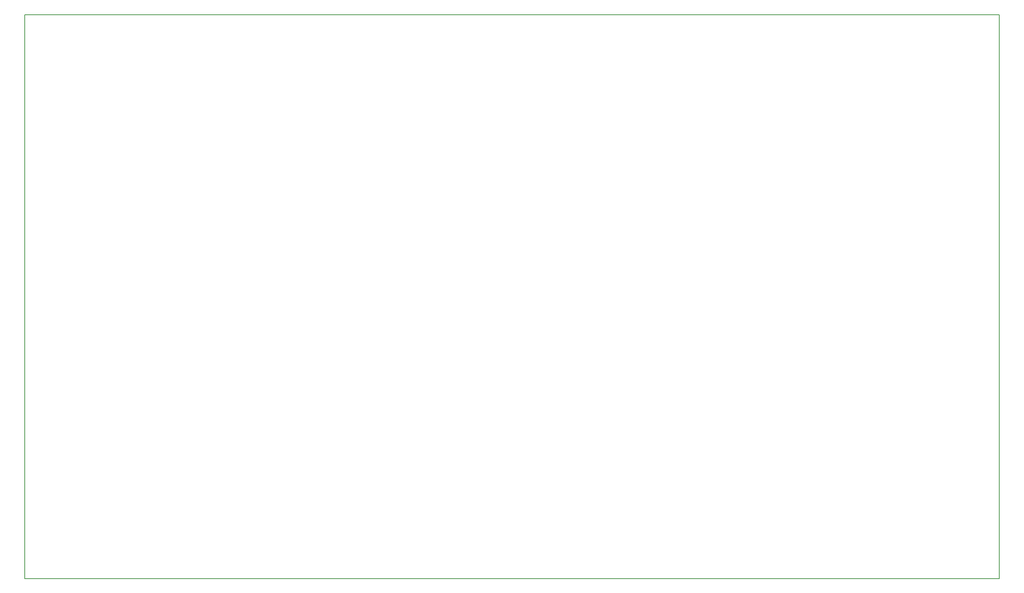
<source format=gm1>
%TF.GenerationSoftware,KiCad,Pcbnew,7.0.9*%
%TF.CreationDate,2023-12-15T21:18:20+02:00*%
%TF.ProjectId,loadshedding,6c6f6164-7368-4656-9464-696e672e6b69,1*%
%TF.SameCoordinates,Original*%
%TF.FileFunction,Profile,NP*%
%FSLAX46Y46*%
G04 Gerber Fmt 4.6, Leading zero omitted, Abs format (unit mm)*
G04 Created by KiCad (PCBNEW 7.0.9) date 2023-12-15 21:18:20*
%MOMM*%
%LPD*%
G01*
G04 APERTURE LIST*
%TA.AperFunction,Profile*%
%ADD10C,0.200000*%
%TD*%
G04 APERTURE END LIST*
D10*
X88900000Y-88900000D02*
X312420000Y-88900000D01*
X312420000Y-218440000D01*
X88900000Y-218440000D01*
X88900000Y-88900000D01*
M02*

</source>
